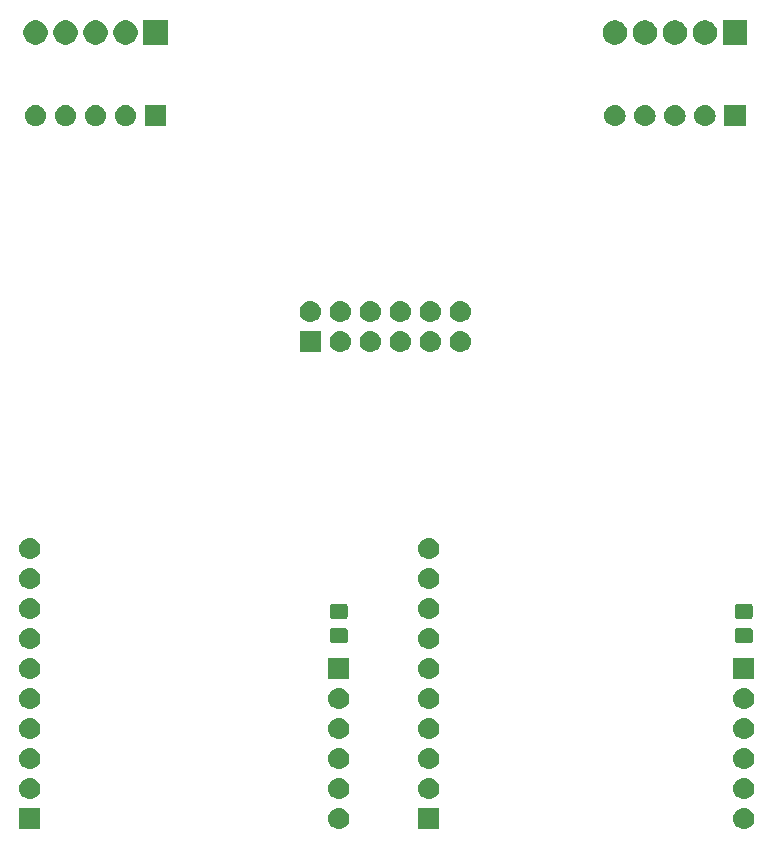
<source format=gbr>
G04 #@! TF.GenerationSoftware,KiCad,Pcbnew,(5.1.0)-1*
G04 #@! TF.CreationDate,2019-04-10T22:13:11-07:00*
G04 #@! TF.ProjectId,HS_2CH_RTD_Module,48535f32-4348-45f5-9254-445f4d6f6475,rev?*
G04 #@! TF.SameCoordinates,Original*
G04 #@! TF.FileFunction,Soldermask,Bot*
G04 #@! TF.FilePolarity,Negative*
%FSLAX46Y46*%
G04 Gerber Fmt 4.6, Leading zero omitted, Abs format (unit mm)*
G04 Created by KiCad (PCBNEW (5.1.0)-1) date 2019-04-10 22:13:11*
%MOMM*%
%LPD*%
G04 APERTURE LIST*
%ADD10C,0.100000*%
G04 APERTURE END LIST*
D10*
G36*
X199500442Y-134995518D02*
G01*
X199566627Y-135002037D01*
X199736466Y-135053557D01*
X199892991Y-135137222D01*
X199928729Y-135166552D01*
X200030186Y-135249814D01*
X200113448Y-135351271D01*
X200142778Y-135387009D01*
X200226443Y-135543534D01*
X200277963Y-135713373D01*
X200295359Y-135890000D01*
X200277963Y-136066627D01*
X200226443Y-136236466D01*
X200142778Y-136392991D01*
X200113448Y-136428729D01*
X200030186Y-136530186D01*
X199928729Y-136613448D01*
X199892991Y-136642778D01*
X199736466Y-136726443D01*
X199566627Y-136777963D01*
X199500442Y-136784482D01*
X199434260Y-136791000D01*
X199345740Y-136791000D01*
X199279558Y-136784482D01*
X199213373Y-136777963D01*
X199043534Y-136726443D01*
X198887009Y-136642778D01*
X198851271Y-136613448D01*
X198749814Y-136530186D01*
X198666552Y-136428729D01*
X198637222Y-136392991D01*
X198553557Y-136236466D01*
X198502037Y-136066627D01*
X198484641Y-135890000D01*
X198502037Y-135713373D01*
X198553557Y-135543534D01*
X198637222Y-135387009D01*
X198666552Y-135351271D01*
X198749814Y-135249814D01*
X198851271Y-135166552D01*
X198887009Y-135137222D01*
X199043534Y-135053557D01*
X199213373Y-135002037D01*
X199279558Y-134995518D01*
X199345740Y-134989000D01*
X199434260Y-134989000D01*
X199500442Y-134995518D01*
X199500442Y-134995518D01*
G37*
G36*
X207911000Y-136791000D02*
G01*
X206109000Y-136791000D01*
X206109000Y-134989000D01*
X207911000Y-134989000D01*
X207911000Y-136791000D01*
X207911000Y-136791000D01*
G37*
G36*
X233790442Y-134995518D02*
G01*
X233856627Y-135002037D01*
X234026466Y-135053557D01*
X234182991Y-135137222D01*
X234218729Y-135166552D01*
X234320186Y-135249814D01*
X234403448Y-135351271D01*
X234432778Y-135387009D01*
X234516443Y-135543534D01*
X234567963Y-135713373D01*
X234585359Y-135890000D01*
X234567963Y-136066627D01*
X234516443Y-136236466D01*
X234432778Y-136392991D01*
X234403448Y-136428729D01*
X234320186Y-136530186D01*
X234218729Y-136613448D01*
X234182991Y-136642778D01*
X234026466Y-136726443D01*
X233856627Y-136777963D01*
X233790442Y-136784482D01*
X233724260Y-136791000D01*
X233635740Y-136791000D01*
X233569558Y-136784482D01*
X233503373Y-136777963D01*
X233333534Y-136726443D01*
X233177009Y-136642778D01*
X233141271Y-136613448D01*
X233039814Y-136530186D01*
X232956552Y-136428729D01*
X232927222Y-136392991D01*
X232843557Y-136236466D01*
X232792037Y-136066627D01*
X232774641Y-135890000D01*
X232792037Y-135713373D01*
X232843557Y-135543534D01*
X232927222Y-135387009D01*
X232956552Y-135351271D01*
X233039814Y-135249814D01*
X233141271Y-135166552D01*
X233177009Y-135137222D01*
X233333534Y-135053557D01*
X233503373Y-135002037D01*
X233569558Y-134995518D01*
X233635740Y-134989000D01*
X233724260Y-134989000D01*
X233790442Y-134995518D01*
X233790442Y-134995518D01*
G37*
G36*
X174129000Y-136791000D02*
G01*
X172327000Y-136791000D01*
X172327000Y-134989000D01*
X174129000Y-134989000D01*
X174129000Y-136791000D01*
X174129000Y-136791000D01*
G37*
G36*
X173338442Y-132455518D02*
G01*
X173404627Y-132462037D01*
X173574466Y-132513557D01*
X173730991Y-132597222D01*
X173766729Y-132626552D01*
X173868186Y-132709814D01*
X173951448Y-132811271D01*
X173980778Y-132847009D01*
X174064443Y-133003534D01*
X174115963Y-133173373D01*
X174133359Y-133350000D01*
X174115963Y-133526627D01*
X174064443Y-133696466D01*
X173980778Y-133852991D01*
X173951448Y-133888729D01*
X173868186Y-133990186D01*
X173766729Y-134073448D01*
X173730991Y-134102778D01*
X173574466Y-134186443D01*
X173404627Y-134237963D01*
X173338443Y-134244481D01*
X173272260Y-134251000D01*
X173183740Y-134251000D01*
X173117557Y-134244481D01*
X173051373Y-134237963D01*
X172881534Y-134186443D01*
X172725009Y-134102778D01*
X172689271Y-134073448D01*
X172587814Y-133990186D01*
X172504552Y-133888729D01*
X172475222Y-133852991D01*
X172391557Y-133696466D01*
X172340037Y-133526627D01*
X172322641Y-133350000D01*
X172340037Y-133173373D01*
X172391557Y-133003534D01*
X172475222Y-132847009D01*
X172504552Y-132811271D01*
X172587814Y-132709814D01*
X172689271Y-132626552D01*
X172725009Y-132597222D01*
X172881534Y-132513557D01*
X173051373Y-132462037D01*
X173117558Y-132455518D01*
X173183740Y-132449000D01*
X173272260Y-132449000D01*
X173338442Y-132455518D01*
X173338442Y-132455518D01*
G37*
G36*
X199500442Y-132455518D02*
G01*
X199566627Y-132462037D01*
X199736466Y-132513557D01*
X199892991Y-132597222D01*
X199928729Y-132626552D01*
X200030186Y-132709814D01*
X200113448Y-132811271D01*
X200142778Y-132847009D01*
X200226443Y-133003534D01*
X200277963Y-133173373D01*
X200295359Y-133350000D01*
X200277963Y-133526627D01*
X200226443Y-133696466D01*
X200142778Y-133852991D01*
X200113448Y-133888729D01*
X200030186Y-133990186D01*
X199928729Y-134073448D01*
X199892991Y-134102778D01*
X199736466Y-134186443D01*
X199566627Y-134237963D01*
X199500443Y-134244481D01*
X199434260Y-134251000D01*
X199345740Y-134251000D01*
X199279557Y-134244481D01*
X199213373Y-134237963D01*
X199043534Y-134186443D01*
X198887009Y-134102778D01*
X198851271Y-134073448D01*
X198749814Y-133990186D01*
X198666552Y-133888729D01*
X198637222Y-133852991D01*
X198553557Y-133696466D01*
X198502037Y-133526627D01*
X198484641Y-133350000D01*
X198502037Y-133173373D01*
X198553557Y-133003534D01*
X198637222Y-132847009D01*
X198666552Y-132811271D01*
X198749814Y-132709814D01*
X198851271Y-132626552D01*
X198887009Y-132597222D01*
X199043534Y-132513557D01*
X199213373Y-132462037D01*
X199279558Y-132455518D01*
X199345740Y-132449000D01*
X199434260Y-132449000D01*
X199500442Y-132455518D01*
X199500442Y-132455518D01*
G37*
G36*
X207120442Y-132455518D02*
G01*
X207186627Y-132462037D01*
X207356466Y-132513557D01*
X207512991Y-132597222D01*
X207548729Y-132626552D01*
X207650186Y-132709814D01*
X207733448Y-132811271D01*
X207762778Y-132847009D01*
X207846443Y-133003534D01*
X207897963Y-133173373D01*
X207915359Y-133350000D01*
X207897963Y-133526627D01*
X207846443Y-133696466D01*
X207762778Y-133852991D01*
X207733448Y-133888729D01*
X207650186Y-133990186D01*
X207548729Y-134073448D01*
X207512991Y-134102778D01*
X207356466Y-134186443D01*
X207186627Y-134237963D01*
X207120443Y-134244481D01*
X207054260Y-134251000D01*
X206965740Y-134251000D01*
X206899557Y-134244481D01*
X206833373Y-134237963D01*
X206663534Y-134186443D01*
X206507009Y-134102778D01*
X206471271Y-134073448D01*
X206369814Y-133990186D01*
X206286552Y-133888729D01*
X206257222Y-133852991D01*
X206173557Y-133696466D01*
X206122037Y-133526627D01*
X206104641Y-133350000D01*
X206122037Y-133173373D01*
X206173557Y-133003534D01*
X206257222Y-132847009D01*
X206286552Y-132811271D01*
X206369814Y-132709814D01*
X206471271Y-132626552D01*
X206507009Y-132597222D01*
X206663534Y-132513557D01*
X206833373Y-132462037D01*
X206899558Y-132455518D01*
X206965740Y-132449000D01*
X207054260Y-132449000D01*
X207120442Y-132455518D01*
X207120442Y-132455518D01*
G37*
G36*
X233790442Y-132455518D02*
G01*
X233856627Y-132462037D01*
X234026466Y-132513557D01*
X234182991Y-132597222D01*
X234218729Y-132626552D01*
X234320186Y-132709814D01*
X234403448Y-132811271D01*
X234432778Y-132847009D01*
X234516443Y-133003534D01*
X234567963Y-133173373D01*
X234585359Y-133350000D01*
X234567963Y-133526627D01*
X234516443Y-133696466D01*
X234432778Y-133852991D01*
X234403448Y-133888729D01*
X234320186Y-133990186D01*
X234218729Y-134073448D01*
X234182991Y-134102778D01*
X234026466Y-134186443D01*
X233856627Y-134237963D01*
X233790443Y-134244481D01*
X233724260Y-134251000D01*
X233635740Y-134251000D01*
X233569557Y-134244481D01*
X233503373Y-134237963D01*
X233333534Y-134186443D01*
X233177009Y-134102778D01*
X233141271Y-134073448D01*
X233039814Y-133990186D01*
X232956552Y-133888729D01*
X232927222Y-133852991D01*
X232843557Y-133696466D01*
X232792037Y-133526627D01*
X232774641Y-133350000D01*
X232792037Y-133173373D01*
X232843557Y-133003534D01*
X232927222Y-132847009D01*
X232956552Y-132811271D01*
X233039814Y-132709814D01*
X233141271Y-132626552D01*
X233177009Y-132597222D01*
X233333534Y-132513557D01*
X233503373Y-132462037D01*
X233569558Y-132455518D01*
X233635740Y-132449000D01*
X233724260Y-132449000D01*
X233790442Y-132455518D01*
X233790442Y-132455518D01*
G37*
G36*
X233790442Y-129915518D02*
G01*
X233856627Y-129922037D01*
X234026466Y-129973557D01*
X234182991Y-130057222D01*
X234218729Y-130086552D01*
X234320186Y-130169814D01*
X234403448Y-130271271D01*
X234432778Y-130307009D01*
X234516443Y-130463534D01*
X234567963Y-130633373D01*
X234585359Y-130810000D01*
X234567963Y-130986627D01*
X234516443Y-131156466D01*
X234432778Y-131312991D01*
X234403448Y-131348729D01*
X234320186Y-131450186D01*
X234218729Y-131533448D01*
X234182991Y-131562778D01*
X234026466Y-131646443D01*
X233856627Y-131697963D01*
X233790443Y-131704481D01*
X233724260Y-131711000D01*
X233635740Y-131711000D01*
X233569557Y-131704481D01*
X233503373Y-131697963D01*
X233333534Y-131646443D01*
X233177009Y-131562778D01*
X233141271Y-131533448D01*
X233039814Y-131450186D01*
X232956552Y-131348729D01*
X232927222Y-131312991D01*
X232843557Y-131156466D01*
X232792037Y-130986627D01*
X232774641Y-130810000D01*
X232792037Y-130633373D01*
X232843557Y-130463534D01*
X232927222Y-130307009D01*
X232956552Y-130271271D01*
X233039814Y-130169814D01*
X233141271Y-130086552D01*
X233177009Y-130057222D01*
X233333534Y-129973557D01*
X233503373Y-129922037D01*
X233569558Y-129915518D01*
X233635740Y-129909000D01*
X233724260Y-129909000D01*
X233790442Y-129915518D01*
X233790442Y-129915518D01*
G37*
G36*
X173338442Y-129915518D02*
G01*
X173404627Y-129922037D01*
X173574466Y-129973557D01*
X173730991Y-130057222D01*
X173766729Y-130086552D01*
X173868186Y-130169814D01*
X173951448Y-130271271D01*
X173980778Y-130307009D01*
X174064443Y-130463534D01*
X174115963Y-130633373D01*
X174133359Y-130810000D01*
X174115963Y-130986627D01*
X174064443Y-131156466D01*
X173980778Y-131312991D01*
X173951448Y-131348729D01*
X173868186Y-131450186D01*
X173766729Y-131533448D01*
X173730991Y-131562778D01*
X173574466Y-131646443D01*
X173404627Y-131697963D01*
X173338443Y-131704481D01*
X173272260Y-131711000D01*
X173183740Y-131711000D01*
X173117557Y-131704481D01*
X173051373Y-131697963D01*
X172881534Y-131646443D01*
X172725009Y-131562778D01*
X172689271Y-131533448D01*
X172587814Y-131450186D01*
X172504552Y-131348729D01*
X172475222Y-131312991D01*
X172391557Y-131156466D01*
X172340037Y-130986627D01*
X172322641Y-130810000D01*
X172340037Y-130633373D01*
X172391557Y-130463534D01*
X172475222Y-130307009D01*
X172504552Y-130271271D01*
X172587814Y-130169814D01*
X172689271Y-130086552D01*
X172725009Y-130057222D01*
X172881534Y-129973557D01*
X173051373Y-129922037D01*
X173117558Y-129915518D01*
X173183740Y-129909000D01*
X173272260Y-129909000D01*
X173338442Y-129915518D01*
X173338442Y-129915518D01*
G37*
G36*
X199500442Y-129915518D02*
G01*
X199566627Y-129922037D01*
X199736466Y-129973557D01*
X199892991Y-130057222D01*
X199928729Y-130086552D01*
X200030186Y-130169814D01*
X200113448Y-130271271D01*
X200142778Y-130307009D01*
X200226443Y-130463534D01*
X200277963Y-130633373D01*
X200295359Y-130810000D01*
X200277963Y-130986627D01*
X200226443Y-131156466D01*
X200142778Y-131312991D01*
X200113448Y-131348729D01*
X200030186Y-131450186D01*
X199928729Y-131533448D01*
X199892991Y-131562778D01*
X199736466Y-131646443D01*
X199566627Y-131697963D01*
X199500443Y-131704481D01*
X199434260Y-131711000D01*
X199345740Y-131711000D01*
X199279557Y-131704481D01*
X199213373Y-131697963D01*
X199043534Y-131646443D01*
X198887009Y-131562778D01*
X198851271Y-131533448D01*
X198749814Y-131450186D01*
X198666552Y-131348729D01*
X198637222Y-131312991D01*
X198553557Y-131156466D01*
X198502037Y-130986627D01*
X198484641Y-130810000D01*
X198502037Y-130633373D01*
X198553557Y-130463534D01*
X198637222Y-130307009D01*
X198666552Y-130271271D01*
X198749814Y-130169814D01*
X198851271Y-130086552D01*
X198887009Y-130057222D01*
X199043534Y-129973557D01*
X199213373Y-129922037D01*
X199279558Y-129915518D01*
X199345740Y-129909000D01*
X199434260Y-129909000D01*
X199500442Y-129915518D01*
X199500442Y-129915518D01*
G37*
G36*
X207120442Y-129915518D02*
G01*
X207186627Y-129922037D01*
X207356466Y-129973557D01*
X207512991Y-130057222D01*
X207548729Y-130086552D01*
X207650186Y-130169814D01*
X207733448Y-130271271D01*
X207762778Y-130307009D01*
X207846443Y-130463534D01*
X207897963Y-130633373D01*
X207915359Y-130810000D01*
X207897963Y-130986627D01*
X207846443Y-131156466D01*
X207762778Y-131312991D01*
X207733448Y-131348729D01*
X207650186Y-131450186D01*
X207548729Y-131533448D01*
X207512991Y-131562778D01*
X207356466Y-131646443D01*
X207186627Y-131697963D01*
X207120443Y-131704481D01*
X207054260Y-131711000D01*
X206965740Y-131711000D01*
X206899557Y-131704481D01*
X206833373Y-131697963D01*
X206663534Y-131646443D01*
X206507009Y-131562778D01*
X206471271Y-131533448D01*
X206369814Y-131450186D01*
X206286552Y-131348729D01*
X206257222Y-131312991D01*
X206173557Y-131156466D01*
X206122037Y-130986627D01*
X206104641Y-130810000D01*
X206122037Y-130633373D01*
X206173557Y-130463534D01*
X206257222Y-130307009D01*
X206286552Y-130271271D01*
X206369814Y-130169814D01*
X206471271Y-130086552D01*
X206507009Y-130057222D01*
X206663534Y-129973557D01*
X206833373Y-129922037D01*
X206899558Y-129915518D01*
X206965740Y-129909000D01*
X207054260Y-129909000D01*
X207120442Y-129915518D01*
X207120442Y-129915518D01*
G37*
G36*
X173338442Y-127375518D02*
G01*
X173404627Y-127382037D01*
X173574466Y-127433557D01*
X173730991Y-127517222D01*
X173766729Y-127546552D01*
X173868186Y-127629814D01*
X173951448Y-127731271D01*
X173980778Y-127767009D01*
X174064443Y-127923534D01*
X174115963Y-128093373D01*
X174133359Y-128270000D01*
X174115963Y-128446627D01*
X174064443Y-128616466D01*
X173980778Y-128772991D01*
X173951448Y-128808729D01*
X173868186Y-128910186D01*
X173766729Y-128993448D01*
X173730991Y-129022778D01*
X173574466Y-129106443D01*
X173404627Y-129157963D01*
X173338442Y-129164482D01*
X173272260Y-129171000D01*
X173183740Y-129171000D01*
X173117558Y-129164482D01*
X173051373Y-129157963D01*
X172881534Y-129106443D01*
X172725009Y-129022778D01*
X172689271Y-128993448D01*
X172587814Y-128910186D01*
X172504552Y-128808729D01*
X172475222Y-128772991D01*
X172391557Y-128616466D01*
X172340037Y-128446627D01*
X172322641Y-128270000D01*
X172340037Y-128093373D01*
X172391557Y-127923534D01*
X172475222Y-127767009D01*
X172504552Y-127731271D01*
X172587814Y-127629814D01*
X172689271Y-127546552D01*
X172725009Y-127517222D01*
X172881534Y-127433557D01*
X173051373Y-127382037D01*
X173117558Y-127375518D01*
X173183740Y-127369000D01*
X173272260Y-127369000D01*
X173338442Y-127375518D01*
X173338442Y-127375518D01*
G37*
G36*
X233790442Y-127375518D02*
G01*
X233856627Y-127382037D01*
X234026466Y-127433557D01*
X234182991Y-127517222D01*
X234218729Y-127546552D01*
X234320186Y-127629814D01*
X234403448Y-127731271D01*
X234432778Y-127767009D01*
X234516443Y-127923534D01*
X234567963Y-128093373D01*
X234585359Y-128270000D01*
X234567963Y-128446627D01*
X234516443Y-128616466D01*
X234432778Y-128772991D01*
X234403448Y-128808729D01*
X234320186Y-128910186D01*
X234218729Y-128993448D01*
X234182991Y-129022778D01*
X234026466Y-129106443D01*
X233856627Y-129157963D01*
X233790442Y-129164482D01*
X233724260Y-129171000D01*
X233635740Y-129171000D01*
X233569558Y-129164482D01*
X233503373Y-129157963D01*
X233333534Y-129106443D01*
X233177009Y-129022778D01*
X233141271Y-128993448D01*
X233039814Y-128910186D01*
X232956552Y-128808729D01*
X232927222Y-128772991D01*
X232843557Y-128616466D01*
X232792037Y-128446627D01*
X232774641Y-128270000D01*
X232792037Y-128093373D01*
X232843557Y-127923534D01*
X232927222Y-127767009D01*
X232956552Y-127731271D01*
X233039814Y-127629814D01*
X233141271Y-127546552D01*
X233177009Y-127517222D01*
X233333534Y-127433557D01*
X233503373Y-127382037D01*
X233569558Y-127375518D01*
X233635740Y-127369000D01*
X233724260Y-127369000D01*
X233790442Y-127375518D01*
X233790442Y-127375518D01*
G37*
G36*
X207120442Y-127375518D02*
G01*
X207186627Y-127382037D01*
X207356466Y-127433557D01*
X207512991Y-127517222D01*
X207548729Y-127546552D01*
X207650186Y-127629814D01*
X207733448Y-127731271D01*
X207762778Y-127767009D01*
X207846443Y-127923534D01*
X207897963Y-128093373D01*
X207915359Y-128270000D01*
X207897963Y-128446627D01*
X207846443Y-128616466D01*
X207762778Y-128772991D01*
X207733448Y-128808729D01*
X207650186Y-128910186D01*
X207548729Y-128993448D01*
X207512991Y-129022778D01*
X207356466Y-129106443D01*
X207186627Y-129157963D01*
X207120442Y-129164482D01*
X207054260Y-129171000D01*
X206965740Y-129171000D01*
X206899558Y-129164482D01*
X206833373Y-129157963D01*
X206663534Y-129106443D01*
X206507009Y-129022778D01*
X206471271Y-128993448D01*
X206369814Y-128910186D01*
X206286552Y-128808729D01*
X206257222Y-128772991D01*
X206173557Y-128616466D01*
X206122037Y-128446627D01*
X206104641Y-128270000D01*
X206122037Y-128093373D01*
X206173557Y-127923534D01*
X206257222Y-127767009D01*
X206286552Y-127731271D01*
X206369814Y-127629814D01*
X206471271Y-127546552D01*
X206507009Y-127517222D01*
X206663534Y-127433557D01*
X206833373Y-127382037D01*
X206899558Y-127375518D01*
X206965740Y-127369000D01*
X207054260Y-127369000D01*
X207120442Y-127375518D01*
X207120442Y-127375518D01*
G37*
G36*
X199500442Y-127375518D02*
G01*
X199566627Y-127382037D01*
X199736466Y-127433557D01*
X199892991Y-127517222D01*
X199928729Y-127546552D01*
X200030186Y-127629814D01*
X200113448Y-127731271D01*
X200142778Y-127767009D01*
X200226443Y-127923534D01*
X200277963Y-128093373D01*
X200295359Y-128270000D01*
X200277963Y-128446627D01*
X200226443Y-128616466D01*
X200142778Y-128772991D01*
X200113448Y-128808729D01*
X200030186Y-128910186D01*
X199928729Y-128993448D01*
X199892991Y-129022778D01*
X199736466Y-129106443D01*
X199566627Y-129157963D01*
X199500442Y-129164482D01*
X199434260Y-129171000D01*
X199345740Y-129171000D01*
X199279558Y-129164482D01*
X199213373Y-129157963D01*
X199043534Y-129106443D01*
X198887009Y-129022778D01*
X198851271Y-128993448D01*
X198749814Y-128910186D01*
X198666552Y-128808729D01*
X198637222Y-128772991D01*
X198553557Y-128616466D01*
X198502037Y-128446627D01*
X198484641Y-128270000D01*
X198502037Y-128093373D01*
X198553557Y-127923534D01*
X198637222Y-127767009D01*
X198666552Y-127731271D01*
X198749814Y-127629814D01*
X198851271Y-127546552D01*
X198887009Y-127517222D01*
X199043534Y-127433557D01*
X199213373Y-127382037D01*
X199279558Y-127375518D01*
X199345740Y-127369000D01*
X199434260Y-127369000D01*
X199500442Y-127375518D01*
X199500442Y-127375518D01*
G37*
G36*
X233790443Y-124835519D02*
G01*
X233856627Y-124842037D01*
X234026466Y-124893557D01*
X234182991Y-124977222D01*
X234218729Y-125006552D01*
X234320186Y-125089814D01*
X234403448Y-125191271D01*
X234432778Y-125227009D01*
X234516443Y-125383534D01*
X234567963Y-125553373D01*
X234585359Y-125730000D01*
X234567963Y-125906627D01*
X234516443Y-126076466D01*
X234432778Y-126232991D01*
X234403448Y-126268729D01*
X234320186Y-126370186D01*
X234218729Y-126453448D01*
X234182991Y-126482778D01*
X234026466Y-126566443D01*
X233856627Y-126617963D01*
X233790442Y-126624482D01*
X233724260Y-126631000D01*
X233635740Y-126631000D01*
X233569558Y-126624482D01*
X233503373Y-126617963D01*
X233333534Y-126566443D01*
X233177009Y-126482778D01*
X233141271Y-126453448D01*
X233039814Y-126370186D01*
X232956552Y-126268729D01*
X232927222Y-126232991D01*
X232843557Y-126076466D01*
X232792037Y-125906627D01*
X232774641Y-125730000D01*
X232792037Y-125553373D01*
X232843557Y-125383534D01*
X232927222Y-125227009D01*
X232956552Y-125191271D01*
X233039814Y-125089814D01*
X233141271Y-125006552D01*
X233177009Y-124977222D01*
X233333534Y-124893557D01*
X233503373Y-124842037D01*
X233569557Y-124835519D01*
X233635740Y-124829000D01*
X233724260Y-124829000D01*
X233790443Y-124835519D01*
X233790443Y-124835519D01*
G37*
G36*
X173338443Y-124835519D02*
G01*
X173404627Y-124842037D01*
X173574466Y-124893557D01*
X173730991Y-124977222D01*
X173766729Y-125006552D01*
X173868186Y-125089814D01*
X173951448Y-125191271D01*
X173980778Y-125227009D01*
X174064443Y-125383534D01*
X174115963Y-125553373D01*
X174133359Y-125730000D01*
X174115963Y-125906627D01*
X174064443Y-126076466D01*
X173980778Y-126232991D01*
X173951448Y-126268729D01*
X173868186Y-126370186D01*
X173766729Y-126453448D01*
X173730991Y-126482778D01*
X173574466Y-126566443D01*
X173404627Y-126617963D01*
X173338442Y-126624482D01*
X173272260Y-126631000D01*
X173183740Y-126631000D01*
X173117558Y-126624482D01*
X173051373Y-126617963D01*
X172881534Y-126566443D01*
X172725009Y-126482778D01*
X172689271Y-126453448D01*
X172587814Y-126370186D01*
X172504552Y-126268729D01*
X172475222Y-126232991D01*
X172391557Y-126076466D01*
X172340037Y-125906627D01*
X172322641Y-125730000D01*
X172340037Y-125553373D01*
X172391557Y-125383534D01*
X172475222Y-125227009D01*
X172504552Y-125191271D01*
X172587814Y-125089814D01*
X172689271Y-125006552D01*
X172725009Y-124977222D01*
X172881534Y-124893557D01*
X173051373Y-124842037D01*
X173117557Y-124835519D01*
X173183740Y-124829000D01*
X173272260Y-124829000D01*
X173338443Y-124835519D01*
X173338443Y-124835519D01*
G37*
G36*
X207120443Y-124835519D02*
G01*
X207186627Y-124842037D01*
X207356466Y-124893557D01*
X207512991Y-124977222D01*
X207548729Y-125006552D01*
X207650186Y-125089814D01*
X207733448Y-125191271D01*
X207762778Y-125227009D01*
X207846443Y-125383534D01*
X207897963Y-125553373D01*
X207915359Y-125730000D01*
X207897963Y-125906627D01*
X207846443Y-126076466D01*
X207762778Y-126232991D01*
X207733448Y-126268729D01*
X207650186Y-126370186D01*
X207548729Y-126453448D01*
X207512991Y-126482778D01*
X207356466Y-126566443D01*
X207186627Y-126617963D01*
X207120442Y-126624482D01*
X207054260Y-126631000D01*
X206965740Y-126631000D01*
X206899558Y-126624482D01*
X206833373Y-126617963D01*
X206663534Y-126566443D01*
X206507009Y-126482778D01*
X206471271Y-126453448D01*
X206369814Y-126370186D01*
X206286552Y-126268729D01*
X206257222Y-126232991D01*
X206173557Y-126076466D01*
X206122037Y-125906627D01*
X206104641Y-125730000D01*
X206122037Y-125553373D01*
X206173557Y-125383534D01*
X206257222Y-125227009D01*
X206286552Y-125191271D01*
X206369814Y-125089814D01*
X206471271Y-125006552D01*
X206507009Y-124977222D01*
X206663534Y-124893557D01*
X206833373Y-124842037D01*
X206899557Y-124835519D01*
X206965740Y-124829000D01*
X207054260Y-124829000D01*
X207120443Y-124835519D01*
X207120443Y-124835519D01*
G37*
G36*
X199500443Y-124835519D02*
G01*
X199566627Y-124842037D01*
X199736466Y-124893557D01*
X199892991Y-124977222D01*
X199928729Y-125006552D01*
X200030186Y-125089814D01*
X200113448Y-125191271D01*
X200142778Y-125227009D01*
X200226443Y-125383534D01*
X200277963Y-125553373D01*
X200295359Y-125730000D01*
X200277963Y-125906627D01*
X200226443Y-126076466D01*
X200142778Y-126232991D01*
X200113448Y-126268729D01*
X200030186Y-126370186D01*
X199928729Y-126453448D01*
X199892991Y-126482778D01*
X199736466Y-126566443D01*
X199566627Y-126617963D01*
X199500442Y-126624482D01*
X199434260Y-126631000D01*
X199345740Y-126631000D01*
X199279558Y-126624482D01*
X199213373Y-126617963D01*
X199043534Y-126566443D01*
X198887009Y-126482778D01*
X198851271Y-126453448D01*
X198749814Y-126370186D01*
X198666552Y-126268729D01*
X198637222Y-126232991D01*
X198553557Y-126076466D01*
X198502037Y-125906627D01*
X198484641Y-125730000D01*
X198502037Y-125553373D01*
X198553557Y-125383534D01*
X198637222Y-125227009D01*
X198666552Y-125191271D01*
X198749814Y-125089814D01*
X198851271Y-125006552D01*
X198887009Y-124977222D01*
X199043534Y-124893557D01*
X199213373Y-124842037D01*
X199279557Y-124835519D01*
X199345740Y-124829000D01*
X199434260Y-124829000D01*
X199500443Y-124835519D01*
X199500443Y-124835519D01*
G37*
G36*
X200291000Y-124091000D02*
G01*
X198489000Y-124091000D01*
X198489000Y-122289000D01*
X200291000Y-122289000D01*
X200291000Y-124091000D01*
X200291000Y-124091000D01*
G37*
G36*
X173338443Y-122295519D02*
G01*
X173404627Y-122302037D01*
X173574466Y-122353557D01*
X173730991Y-122437222D01*
X173766729Y-122466552D01*
X173868186Y-122549814D01*
X173951448Y-122651271D01*
X173980778Y-122687009D01*
X174064443Y-122843534D01*
X174115963Y-123013373D01*
X174133359Y-123190000D01*
X174115963Y-123366627D01*
X174064443Y-123536466D01*
X173980778Y-123692991D01*
X173951448Y-123728729D01*
X173868186Y-123830186D01*
X173766729Y-123913448D01*
X173730991Y-123942778D01*
X173574466Y-124026443D01*
X173404627Y-124077963D01*
X173338442Y-124084482D01*
X173272260Y-124091000D01*
X173183740Y-124091000D01*
X173117558Y-124084482D01*
X173051373Y-124077963D01*
X172881534Y-124026443D01*
X172725009Y-123942778D01*
X172689271Y-123913448D01*
X172587814Y-123830186D01*
X172504552Y-123728729D01*
X172475222Y-123692991D01*
X172391557Y-123536466D01*
X172340037Y-123366627D01*
X172322641Y-123190000D01*
X172340037Y-123013373D01*
X172391557Y-122843534D01*
X172475222Y-122687009D01*
X172504552Y-122651271D01*
X172587814Y-122549814D01*
X172689271Y-122466552D01*
X172725009Y-122437222D01*
X172881534Y-122353557D01*
X173051373Y-122302037D01*
X173117557Y-122295519D01*
X173183740Y-122289000D01*
X173272260Y-122289000D01*
X173338443Y-122295519D01*
X173338443Y-122295519D01*
G37*
G36*
X234581000Y-124091000D02*
G01*
X232779000Y-124091000D01*
X232779000Y-122289000D01*
X234581000Y-122289000D01*
X234581000Y-124091000D01*
X234581000Y-124091000D01*
G37*
G36*
X207120443Y-122295519D02*
G01*
X207186627Y-122302037D01*
X207356466Y-122353557D01*
X207512991Y-122437222D01*
X207548729Y-122466552D01*
X207650186Y-122549814D01*
X207733448Y-122651271D01*
X207762778Y-122687009D01*
X207846443Y-122843534D01*
X207897963Y-123013373D01*
X207915359Y-123190000D01*
X207897963Y-123366627D01*
X207846443Y-123536466D01*
X207762778Y-123692991D01*
X207733448Y-123728729D01*
X207650186Y-123830186D01*
X207548729Y-123913448D01*
X207512991Y-123942778D01*
X207356466Y-124026443D01*
X207186627Y-124077963D01*
X207120442Y-124084482D01*
X207054260Y-124091000D01*
X206965740Y-124091000D01*
X206899558Y-124084482D01*
X206833373Y-124077963D01*
X206663534Y-124026443D01*
X206507009Y-123942778D01*
X206471271Y-123913448D01*
X206369814Y-123830186D01*
X206286552Y-123728729D01*
X206257222Y-123692991D01*
X206173557Y-123536466D01*
X206122037Y-123366627D01*
X206104641Y-123190000D01*
X206122037Y-123013373D01*
X206173557Y-122843534D01*
X206257222Y-122687009D01*
X206286552Y-122651271D01*
X206369814Y-122549814D01*
X206471271Y-122466552D01*
X206507009Y-122437222D01*
X206663534Y-122353557D01*
X206833373Y-122302037D01*
X206899557Y-122295519D01*
X206965740Y-122289000D01*
X207054260Y-122289000D01*
X207120443Y-122295519D01*
X207120443Y-122295519D01*
G37*
G36*
X173338442Y-119755518D02*
G01*
X173404627Y-119762037D01*
X173574466Y-119813557D01*
X173730991Y-119897222D01*
X173766729Y-119926552D01*
X173868186Y-120009814D01*
X173951448Y-120111271D01*
X173980778Y-120147009D01*
X174064443Y-120303534D01*
X174115963Y-120473373D01*
X174133359Y-120650000D01*
X174115963Y-120826627D01*
X174064443Y-120996466D01*
X173980778Y-121152991D01*
X173951448Y-121188729D01*
X173868186Y-121290186D01*
X173766729Y-121373448D01*
X173730991Y-121402778D01*
X173574466Y-121486443D01*
X173404627Y-121537963D01*
X173338443Y-121544481D01*
X173272260Y-121551000D01*
X173183740Y-121551000D01*
X173117557Y-121544481D01*
X173051373Y-121537963D01*
X172881534Y-121486443D01*
X172725009Y-121402778D01*
X172689271Y-121373448D01*
X172587814Y-121290186D01*
X172504552Y-121188729D01*
X172475222Y-121152991D01*
X172391557Y-120996466D01*
X172340037Y-120826627D01*
X172322641Y-120650000D01*
X172340037Y-120473373D01*
X172391557Y-120303534D01*
X172475222Y-120147009D01*
X172504552Y-120111271D01*
X172587814Y-120009814D01*
X172689271Y-119926552D01*
X172725009Y-119897222D01*
X172881534Y-119813557D01*
X173051373Y-119762037D01*
X173117558Y-119755518D01*
X173183740Y-119749000D01*
X173272260Y-119749000D01*
X173338442Y-119755518D01*
X173338442Y-119755518D01*
G37*
G36*
X207120442Y-119755518D02*
G01*
X207186627Y-119762037D01*
X207356466Y-119813557D01*
X207512991Y-119897222D01*
X207548729Y-119926552D01*
X207650186Y-120009814D01*
X207733448Y-120111271D01*
X207762778Y-120147009D01*
X207846443Y-120303534D01*
X207897963Y-120473373D01*
X207915359Y-120650000D01*
X207897963Y-120826627D01*
X207846443Y-120996466D01*
X207762778Y-121152991D01*
X207733448Y-121188729D01*
X207650186Y-121290186D01*
X207548729Y-121373448D01*
X207512991Y-121402778D01*
X207356466Y-121486443D01*
X207186627Y-121537963D01*
X207120443Y-121544481D01*
X207054260Y-121551000D01*
X206965740Y-121551000D01*
X206899557Y-121544481D01*
X206833373Y-121537963D01*
X206663534Y-121486443D01*
X206507009Y-121402778D01*
X206471271Y-121373448D01*
X206369814Y-121290186D01*
X206286552Y-121188729D01*
X206257222Y-121152991D01*
X206173557Y-120996466D01*
X206122037Y-120826627D01*
X206104641Y-120650000D01*
X206122037Y-120473373D01*
X206173557Y-120303534D01*
X206257222Y-120147009D01*
X206286552Y-120111271D01*
X206369814Y-120009814D01*
X206471271Y-119926552D01*
X206507009Y-119897222D01*
X206663534Y-119813557D01*
X206833373Y-119762037D01*
X206899558Y-119755518D01*
X206965740Y-119749000D01*
X207054260Y-119749000D01*
X207120442Y-119755518D01*
X207120442Y-119755518D01*
G37*
G36*
X199978674Y-119783465D02*
G01*
X200016367Y-119794899D01*
X200051103Y-119813466D01*
X200081548Y-119838452D01*
X200106534Y-119868897D01*
X200125101Y-119903633D01*
X200136535Y-119941326D01*
X200141000Y-119986661D01*
X200141000Y-120823339D01*
X200136535Y-120868674D01*
X200125101Y-120906367D01*
X200106534Y-120941103D01*
X200081548Y-120971548D01*
X200051103Y-120996534D01*
X200016367Y-121015101D01*
X199978674Y-121026535D01*
X199933339Y-121031000D01*
X198846661Y-121031000D01*
X198801326Y-121026535D01*
X198763633Y-121015101D01*
X198728897Y-120996534D01*
X198698452Y-120971548D01*
X198673466Y-120941103D01*
X198654899Y-120906367D01*
X198643465Y-120868674D01*
X198639000Y-120823339D01*
X198639000Y-119986661D01*
X198643465Y-119941326D01*
X198654899Y-119903633D01*
X198673466Y-119868897D01*
X198698452Y-119838452D01*
X198728897Y-119813466D01*
X198763633Y-119794899D01*
X198801326Y-119783465D01*
X198846661Y-119779000D01*
X199933339Y-119779000D01*
X199978674Y-119783465D01*
X199978674Y-119783465D01*
G37*
G36*
X234268674Y-119783465D02*
G01*
X234306367Y-119794899D01*
X234341103Y-119813466D01*
X234371548Y-119838452D01*
X234396534Y-119868897D01*
X234415101Y-119903633D01*
X234426535Y-119941326D01*
X234431000Y-119986661D01*
X234431000Y-120823339D01*
X234426535Y-120868674D01*
X234415101Y-120906367D01*
X234396534Y-120941103D01*
X234371548Y-120971548D01*
X234341103Y-120996534D01*
X234306367Y-121015101D01*
X234268674Y-121026535D01*
X234223339Y-121031000D01*
X233136661Y-121031000D01*
X233091326Y-121026535D01*
X233053633Y-121015101D01*
X233018897Y-120996534D01*
X232988452Y-120971548D01*
X232963466Y-120941103D01*
X232944899Y-120906367D01*
X232933465Y-120868674D01*
X232929000Y-120823339D01*
X232929000Y-119986661D01*
X232933465Y-119941326D01*
X232944899Y-119903633D01*
X232963466Y-119868897D01*
X232988452Y-119838452D01*
X233018897Y-119813466D01*
X233053633Y-119794899D01*
X233091326Y-119783465D01*
X233136661Y-119779000D01*
X234223339Y-119779000D01*
X234268674Y-119783465D01*
X234268674Y-119783465D01*
G37*
G36*
X173338443Y-117215519D02*
G01*
X173404627Y-117222037D01*
X173574466Y-117273557D01*
X173730991Y-117357222D01*
X173766729Y-117386552D01*
X173868186Y-117469814D01*
X173951448Y-117571271D01*
X173980778Y-117607009D01*
X174064443Y-117763534D01*
X174115963Y-117933373D01*
X174133359Y-118110000D01*
X174115963Y-118286627D01*
X174064443Y-118456466D01*
X173980778Y-118612991D01*
X173951448Y-118648729D01*
X173868186Y-118750186D01*
X173784732Y-118818674D01*
X173730991Y-118862778D01*
X173574466Y-118946443D01*
X173404627Y-118997963D01*
X173338443Y-119004481D01*
X173272260Y-119011000D01*
X173183740Y-119011000D01*
X173117557Y-119004481D01*
X173051373Y-118997963D01*
X172881534Y-118946443D01*
X172725009Y-118862778D01*
X172671268Y-118818674D01*
X172587814Y-118750186D01*
X172504552Y-118648729D01*
X172475222Y-118612991D01*
X172391557Y-118456466D01*
X172340037Y-118286627D01*
X172322641Y-118110000D01*
X172340037Y-117933373D01*
X172391557Y-117763534D01*
X172475222Y-117607009D01*
X172504552Y-117571271D01*
X172587814Y-117469814D01*
X172689271Y-117386552D01*
X172725009Y-117357222D01*
X172881534Y-117273557D01*
X173051373Y-117222037D01*
X173117557Y-117215519D01*
X173183740Y-117209000D01*
X173272260Y-117209000D01*
X173338443Y-117215519D01*
X173338443Y-117215519D01*
G37*
G36*
X207120443Y-117215519D02*
G01*
X207186627Y-117222037D01*
X207356466Y-117273557D01*
X207512991Y-117357222D01*
X207548729Y-117386552D01*
X207650186Y-117469814D01*
X207733448Y-117571271D01*
X207762778Y-117607009D01*
X207846443Y-117763534D01*
X207897963Y-117933373D01*
X207915359Y-118110000D01*
X207897963Y-118286627D01*
X207846443Y-118456466D01*
X207762778Y-118612991D01*
X207733448Y-118648729D01*
X207650186Y-118750186D01*
X207566732Y-118818674D01*
X207512991Y-118862778D01*
X207356466Y-118946443D01*
X207186627Y-118997963D01*
X207120443Y-119004481D01*
X207054260Y-119011000D01*
X206965740Y-119011000D01*
X206899557Y-119004481D01*
X206833373Y-118997963D01*
X206663534Y-118946443D01*
X206507009Y-118862778D01*
X206453268Y-118818674D01*
X206369814Y-118750186D01*
X206286552Y-118648729D01*
X206257222Y-118612991D01*
X206173557Y-118456466D01*
X206122037Y-118286627D01*
X206104641Y-118110000D01*
X206122037Y-117933373D01*
X206173557Y-117763534D01*
X206257222Y-117607009D01*
X206286552Y-117571271D01*
X206369814Y-117469814D01*
X206471271Y-117386552D01*
X206507009Y-117357222D01*
X206663534Y-117273557D01*
X206833373Y-117222037D01*
X206899557Y-117215519D01*
X206965740Y-117209000D01*
X207054260Y-117209000D01*
X207120443Y-117215519D01*
X207120443Y-117215519D01*
G37*
G36*
X199978674Y-117733465D02*
G01*
X200016367Y-117744899D01*
X200051103Y-117763466D01*
X200081548Y-117788452D01*
X200106534Y-117818897D01*
X200125101Y-117853633D01*
X200136535Y-117891326D01*
X200141000Y-117936661D01*
X200141000Y-118773339D01*
X200136535Y-118818674D01*
X200125101Y-118856367D01*
X200106534Y-118891103D01*
X200081548Y-118921548D01*
X200051103Y-118946534D01*
X200016367Y-118965101D01*
X199978674Y-118976535D01*
X199933339Y-118981000D01*
X198846661Y-118981000D01*
X198801326Y-118976535D01*
X198763633Y-118965101D01*
X198728897Y-118946534D01*
X198698452Y-118921548D01*
X198673466Y-118891103D01*
X198654899Y-118856367D01*
X198643465Y-118818674D01*
X198639000Y-118773339D01*
X198639000Y-117936661D01*
X198643465Y-117891326D01*
X198654899Y-117853633D01*
X198673466Y-117818897D01*
X198698452Y-117788452D01*
X198728897Y-117763466D01*
X198763633Y-117744899D01*
X198801326Y-117733465D01*
X198846661Y-117729000D01*
X199933339Y-117729000D01*
X199978674Y-117733465D01*
X199978674Y-117733465D01*
G37*
G36*
X234268674Y-117733465D02*
G01*
X234306367Y-117744899D01*
X234341103Y-117763466D01*
X234371548Y-117788452D01*
X234396534Y-117818897D01*
X234415101Y-117853633D01*
X234426535Y-117891326D01*
X234431000Y-117936661D01*
X234431000Y-118773339D01*
X234426535Y-118818674D01*
X234415101Y-118856367D01*
X234396534Y-118891103D01*
X234371548Y-118921548D01*
X234341103Y-118946534D01*
X234306367Y-118965101D01*
X234268674Y-118976535D01*
X234223339Y-118981000D01*
X233136661Y-118981000D01*
X233091326Y-118976535D01*
X233053633Y-118965101D01*
X233018897Y-118946534D01*
X232988452Y-118921548D01*
X232963466Y-118891103D01*
X232944899Y-118856367D01*
X232933465Y-118818674D01*
X232929000Y-118773339D01*
X232929000Y-117936661D01*
X232933465Y-117891326D01*
X232944899Y-117853633D01*
X232963466Y-117818897D01*
X232988452Y-117788452D01*
X233018897Y-117763466D01*
X233053633Y-117744899D01*
X233091326Y-117733465D01*
X233136661Y-117729000D01*
X234223339Y-117729000D01*
X234268674Y-117733465D01*
X234268674Y-117733465D01*
G37*
G36*
X207120443Y-114675519D02*
G01*
X207186627Y-114682037D01*
X207356466Y-114733557D01*
X207512991Y-114817222D01*
X207548729Y-114846552D01*
X207650186Y-114929814D01*
X207733448Y-115031271D01*
X207762778Y-115067009D01*
X207846443Y-115223534D01*
X207897963Y-115393373D01*
X207915359Y-115570000D01*
X207897963Y-115746627D01*
X207846443Y-115916466D01*
X207762778Y-116072991D01*
X207733448Y-116108729D01*
X207650186Y-116210186D01*
X207548729Y-116293448D01*
X207512991Y-116322778D01*
X207356466Y-116406443D01*
X207186627Y-116457963D01*
X207120442Y-116464482D01*
X207054260Y-116471000D01*
X206965740Y-116471000D01*
X206899558Y-116464482D01*
X206833373Y-116457963D01*
X206663534Y-116406443D01*
X206507009Y-116322778D01*
X206471271Y-116293448D01*
X206369814Y-116210186D01*
X206286552Y-116108729D01*
X206257222Y-116072991D01*
X206173557Y-115916466D01*
X206122037Y-115746627D01*
X206104641Y-115570000D01*
X206122037Y-115393373D01*
X206173557Y-115223534D01*
X206257222Y-115067009D01*
X206286552Y-115031271D01*
X206369814Y-114929814D01*
X206471271Y-114846552D01*
X206507009Y-114817222D01*
X206663534Y-114733557D01*
X206833373Y-114682037D01*
X206899557Y-114675519D01*
X206965740Y-114669000D01*
X207054260Y-114669000D01*
X207120443Y-114675519D01*
X207120443Y-114675519D01*
G37*
G36*
X173338443Y-114675519D02*
G01*
X173404627Y-114682037D01*
X173574466Y-114733557D01*
X173730991Y-114817222D01*
X173766729Y-114846552D01*
X173868186Y-114929814D01*
X173951448Y-115031271D01*
X173980778Y-115067009D01*
X174064443Y-115223534D01*
X174115963Y-115393373D01*
X174133359Y-115570000D01*
X174115963Y-115746627D01*
X174064443Y-115916466D01*
X173980778Y-116072991D01*
X173951448Y-116108729D01*
X173868186Y-116210186D01*
X173766729Y-116293448D01*
X173730991Y-116322778D01*
X173574466Y-116406443D01*
X173404627Y-116457963D01*
X173338442Y-116464482D01*
X173272260Y-116471000D01*
X173183740Y-116471000D01*
X173117558Y-116464482D01*
X173051373Y-116457963D01*
X172881534Y-116406443D01*
X172725009Y-116322778D01*
X172689271Y-116293448D01*
X172587814Y-116210186D01*
X172504552Y-116108729D01*
X172475222Y-116072991D01*
X172391557Y-115916466D01*
X172340037Y-115746627D01*
X172322641Y-115570000D01*
X172340037Y-115393373D01*
X172391557Y-115223534D01*
X172475222Y-115067009D01*
X172504552Y-115031271D01*
X172587814Y-114929814D01*
X172689271Y-114846552D01*
X172725009Y-114817222D01*
X172881534Y-114733557D01*
X173051373Y-114682037D01*
X173117557Y-114675519D01*
X173183740Y-114669000D01*
X173272260Y-114669000D01*
X173338443Y-114675519D01*
X173338443Y-114675519D01*
G37*
G36*
X207120443Y-112135519D02*
G01*
X207186627Y-112142037D01*
X207356466Y-112193557D01*
X207512991Y-112277222D01*
X207548729Y-112306552D01*
X207650186Y-112389814D01*
X207733448Y-112491271D01*
X207762778Y-112527009D01*
X207846443Y-112683534D01*
X207897963Y-112853373D01*
X207915359Y-113030000D01*
X207897963Y-113206627D01*
X207846443Y-113376466D01*
X207762778Y-113532991D01*
X207733448Y-113568729D01*
X207650186Y-113670186D01*
X207548729Y-113753448D01*
X207512991Y-113782778D01*
X207356466Y-113866443D01*
X207186627Y-113917963D01*
X207120443Y-113924481D01*
X207054260Y-113931000D01*
X206965740Y-113931000D01*
X206899557Y-113924481D01*
X206833373Y-113917963D01*
X206663534Y-113866443D01*
X206507009Y-113782778D01*
X206471271Y-113753448D01*
X206369814Y-113670186D01*
X206286552Y-113568729D01*
X206257222Y-113532991D01*
X206173557Y-113376466D01*
X206122037Y-113206627D01*
X206104641Y-113030000D01*
X206122037Y-112853373D01*
X206173557Y-112683534D01*
X206257222Y-112527009D01*
X206286552Y-112491271D01*
X206369814Y-112389814D01*
X206471271Y-112306552D01*
X206507009Y-112277222D01*
X206663534Y-112193557D01*
X206833373Y-112142037D01*
X206899557Y-112135519D01*
X206965740Y-112129000D01*
X207054260Y-112129000D01*
X207120443Y-112135519D01*
X207120443Y-112135519D01*
G37*
G36*
X173338443Y-112135519D02*
G01*
X173404627Y-112142037D01*
X173574466Y-112193557D01*
X173730991Y-112277222D01*
X173766729Y-112306552D01*
X173868186Y-112389814D01*
X173951448Y-112491271D01*
X173980778Y-112527009D01*
X174064443Y-112683534D01*
X174115963Y-112853373D01*
X174133359Y-113030000D01*
X174115963Y-113206627D01*
X174064443Y-113376466D01*
X173980778Y-113532991D01*
X173951448Y-113568729D01*
X173868186Y-113670186D01*
X173766729Y-113753448D01*
X173730991Y-113782778D01*
X173574466Y-113866443D01*
X173404627Y-113917963D01*
X173338443Y-113924481D01*
X173272260Y-113931000D01*
X173183740Y-113931000D01*
X173117557Y-113924481D01*
X173051373Y-113917963D01*
X172881534Y-113866443D01*
X172725009Y-113782778D01*
X172689271Y-113753448D01*
X172587814Y-113670186D01*
X172504552Y-113568729D01*
X172475222Y-113532991D01*
X172391557Y-113376466D01*
X172340037Y-113206627D01*
X172322641Y-113030000D01*
X172340037Y-112853373D01*
X172391557Y-112683534D01*
X172475222Y-112527009D01*
X172504552Y-112491271D01*
X172587814Y-112389814D01*
X172689271Y-112306552D01*
X172725009Y-112277222D01*
X172881534Y-112193557D01*
X173051373Y-112142037D01*
X173117557Y-112135519D01*
X173183740Y-112129000D01*
X173272260Y-112129000D01*
X173338443Y-112135519D01*
X173338443Y-112135519D01*
G37*
G36*
X199627442Y-94609518D02*
G01*
X199693627Y-94616037D01*
X199863466Y-94667557D01*
X200019991Y-94751222D01*
X200055729Y-94780552D01*
X200157186Y-94863814D01*
X200240448Y-94965271D01*
X200269778Y-95001009D01*
X200353443Y-95157534D01*
X200404963Y-95327373D01*
X200422359Y-95504000D01*
X200404963Y-95680627D01*
X200353443Y-95850466D01*
X200269778Y-96006991D01*
X200240448Y-96042729D01*
X200157186Y-96144186D01*
X200055729Y-96227448D01*
X200019991Y-96256778D01*
X199863466Y-96340443D01*
X199693627Y-96391963D01*
X199627442Y-96398482D01*
X199561260Y-96405000D01*
X199472740Y-96405000D01*
X199406558Y-96398482D01*
X199340373Y-96391963D01*
X199170534Y-96340443D01*
X199014009Y-96256778D01*
X198978271Y-96227448D01*
X198876814Y-96144186D01*
X198793552Y-96042729D01*
X198764222Y-96006991D01*
X198680557Y-95850466D01*
X198629037Y-95680627D01*
X198611641Y-95504000D01*
X198629037Y-95327373D01*
X198680557Y-95157534D01*
X198764222Y-95001009D01*
X198793552Y-94965271D01*
X198876814Y-94863814D01*
X198978271Y-94780552D01*
X199014009Y-94751222D01*
X199170534Y-94667557D01*
X199340373Y-94616037D01*
X199406558Y-94609518D01*
X199472740Y-94603000D01*
X199561260Y-94603000D01*
X199627442Y-94609518D01*
X199627442Y-94609518D01*
G37*
G36*
X209787442Y-94609518D02*
G01*
X209853627Y-94616037D01*
X210023466Y-94667557D01*
X210179991Y-94751222D01*
X210215729Y-94780552D01*
X210317186Y-94863814D01*
X210400448Y-94965271D01*
X210429778Y-95001009D01*
X210513443Y-95157534D01*
X210564963Y-95327373D01*
X210582359Y-95504000D01*
X210564963Y-95680627D01*
X210513443Y-95850466D01*
X210429778Y-96006991D01*
X210400448Y-96042729D01*
X210317186Y-96144186D01*
X210215729Y-96227448D01*
X210179991Y-96256778D01*
X210023466Y-96340443D01*
X209853627Y-96391963D01*
X209787442Y-96398482D01*
X209721260Y-96405000D01*
X209632740Y-96405000D01*
X209566558Y-96398482D01*
X209500373Y-96391963D01*
X209330534Y-96340443D01*
X209174009Y-96256778D01*
X209138271Y-96227448D01*
X209036814Y-96144186D01*
X208953552Y-96042729D01*
X208924222Y-96006991D01*
X208840557Y-95850466D01*
X208789037Y-95680627D01*
X208771641Y-95504000D01*
X208789037Y-95327373D01*
X208840557Y-95157534D01*
X208924222Y-95001009D01*
X208953552Y-94965271D01*
X209036814Y-94863814D01*
X209138271Y-94780552D01*
X209174009Y-94751222D01*
X209330534Y-94667557D01*
X209500373Y-94616037D01*
X209566558Y-94609518D01*
X209632740Y-94603000D01*
X209721260Y-94603000D01*
X209787442Y-94609518D01*
X209787442Y-94609518D01*
G37*
G36*
X207247442Y-94609518D02*
G01*
X207313627Y-94616037D01*
X207483466Y-94667557D01*
X207639991Y-94751222D01*
X207675729Y-94780552D01*
X207777186Y-94863814D01*
X207860448Y-94965271D01*
X207889778Y-95001009D01*
X207973443Y-95157534D01*
X208024963Y-95327373D01*
X208042359Y-95504000D01*
X208024963Y-95680627D01*
X207973443Y-95850466D01*
X207889778Y-96006991D01*
X207860448Y-96042729D01*
X207777186Y-96144186D01*
X207675729Y-96227448D01*
X207639991Y-96256778D01*
X207483466Y-96340443D01*
X207313627Y-96391963D01*
X207247442Y-96398482D01*
X207181260Y-96405000D01*
X207092740Y-96405000D01*
X207026558Y-96398482D01*
X206960373Y-96391963D01*
X206790534Y-96340443D01*
X206634009Y-96256778D01*
X206598271Y-96227448D01*
X206496814Y-96144186D01*
X206413552Y-96042729D01*
X206384222Y-96006991D01*
X206300557Y-95850466D01*
X206249037Y-95680627D01*
X206231641Y-95504000D01*
X206249037Y-95327373D01*
X206300557Y-95157534D01*
X206384222Y-95001009D01*
X206413552Y-94965271D01*
X206496814Y-94863814D01*
X206598271Y-94780552D01*
X206634009Y-94751222D01*
X206790534Y-94667557D01*
X206960373Y-94616037D01*
X207026558Y-94609518D01*
X207092740Y-94603000D01*
X207181260Y-94603000D01*
X207247442Y-94609518D01*
X207247442Y-94609518D01*
G37*
G36*
X204707442Y-94609518D02*
G01*
X204773627Y-94616037D01*
X204943466Y-94667557D01*
X205099991Y-94751222D01*
X205135729Y-94780552D01*
X205237186Y-94863814D01*
X205320448Y-94965271D01*
X205349778Y-95001009D01*
X205433443Y-95157534D01*
X205484963Y-95327373D01*
X205502359Y-95504000D01*
X205484963Y-95680627D01*
X205433443Y-95850466D01*
X205349778Y-96006991D01*
X205320448Y-96042729D01*
X205237186Y-96144186D01*
X205135729Y-96227448D01*
X205099991Y-96256778D01*
X204943466Y-96340443D01*
X204773627Y-96391963D01*
X204707442Y-96398482D01*
X204641260Y-96405000D01*
X204552740Y-96405000D01*
X204486558Y-96398482D01*
X204420373Y-96391963D01*
X204250534Y-96340443D01*
X204094009Y-96256778D01*
X204058271Y-96227448D01*
X203956814Y-96144186D01*
X203873552Y-96042729D01*
X203844222Y-96006991D01*
X203760557Y-95850466D01*
X203709037Y-95680627D01*
X203691641Y-95504000D01*
X203709037Y-95327373D01*
X203760557Y-95157534D01*
X203844222Y-95001009D01*
X203873552Y-94965271D01*
X203956814Y-94863814D01*
X204058271Y-94780552D01*
X204094009Y-94751222D01*
X204250534Y-94667557D01*
X204420373Y-94616037D01*
X204486558Y-94609518D01*
X204552740Y-94603000D01*
X204641260Y-94603000D01*
X204707442Y-94609518D01*
X204707442Y-94609518D01*
G37*
G36*
X202167442Y-94609518D02*
G01*
X202233627Y-94616037D01*
X202403466Y-94667557D01*
X202559991Y-94751222D01*
X202595729Y-94780552D01*
X202697186Y-94863814D01*
X202780448Y-94965271D01*
X202809778Y-95001009D01*
X202893443Y-95157534D01*
X202944963Y-95327373D01*
X202962359Y-95504000D01*
X202944963Y-95680627D01*
X202893443Y-95850466D01*
X202809778Y-96006991D01*
X202780448Y-96042729D01*
X202697186Y-96144186D01*
X202595729Y-96227448D01*
X202559991Y-96256778D01*
X202403466Y-96340443D01*
X202233627Y-96391963D01*
X202167442Y-96398482D01*
X202101260Y-96405000D01*
X202012740Y-96405000D01*
X201946558Y-96398482D01*
X201880373Y-96391963D01*
X201710534Y-96340443D01*
X201554009Y-96256778D01*
X201518271Y-96227448D01*
X201416814Y-96144186D01*
X201333552Y-96042729D01*
X201304222Y-96006991D01*
X201220557Y-95850466D01*
X201169037Y-95680627D01*
X201151641Y-95504000D01*
X201169037Y-95327373D01*
X201220557Y-95157534D01*
X201304222Y-95001009D01*
X201333552Y-94965271D01*
X201416814Y-94863814D01*
X201518271Y-94780552D01*
X201554009Y-94751222D01*
X201710534Y-94667557D01*
X201880373Y-94616037D01*
X201946558Y-94609518D01*
X202012740Y-94603000D01*
X202101260Y-94603000D01*
X202167442Y-94609518D01*
X202167442Y-94609518D01*
G37*
G36*
X197878000Y-96405000D02*
G01*
X196076000Y-96405000D01*
X196076000Y-94603000D01*
X197878000Y-94603000D01*
X197878000Y-96405000D01*
X197878000Y-96405000D01*
G37*
G36*
X204707443Y-92069519D02*
G01*
X204773627Y-92076037D01*
X204943466Y-92127557D01*
X205099991Y-92211222D01*
X205135729Y-92240552D01*
X205237186Y-92323814D01*
X205320448Y-92425271D01*
X205349778Y-92461009D01*
X205433443Y-92617534D01*
X205484963Y-92787373D01*
X205502359Y-92964000D01*
X205484963Y-93140627D01*
X205433443Y-93310466D01*
X205349778Y-93466991D01*
X205320448Y-93502729D01*
X205237186Y-93604186D01*
X205135729Y-93687448D01*
X205099991Y-93716778D01*
X204943466Y-93800443D01*
X204773627Y-93851963D01*
X204707443Y-93858481D01*
X204641260Y-93865000D01*
X204552740Y-93865000D01*
X204486557Y-93858481D01*
X204420373Y-93851963D01*
X204250534Y-93800443D01*
X204094009Y-93716778D01*
X204058271Y-93687448D01*
X203956814Y-93604186D01*
X203873552Y-93502729D01*
X203844222Y-93466991D01*
X203760557Y-93310466D01*
X203709037Y-93140627D01*
X203691641Y-92964000D01*
X203709037Y-92787373D01*
X203760557Y-92617534D01*
X203844222Y-92461009D01*
X203873552Y-92425271D01*
X203956814Y-92323814D01*
X204058271Y-92240552D01*
X204094009Y-92211222D01*
X204250534Y-92127557D01*
X204420373Y-92076037D01*
X204486557Y-92069519D01*
X204552740Y-92063000D01*
X204641260Y-92063000D01*
X204707443Y-92069519D01*
X204707443Y-92069519D01*
G37*
G36*
X197087443Y-92069519D02*
G01*
X197153627Y-92076037D01*
X197323466Y-92127557D01*
X197479991Y-92211222D01*
X197515729Y-92240552D01*
X197617186Y-92323814D01*
X197700448Y-92425271D01*
X197729778Y-92461009D01*
X197813443Y-92617534D01*
X197864963Y-92787373D01*
X197882359Y-92964000D01*
X197864963Y-93140627D01*
X197813443Y-93310466D01*
X197729778Y-93466991D01*
X197700448Y-93502729D01*
X197617186Y-93604186D01*
X197515729Y-93687448D01*
X197479991Y-93716778D01*
X197323466Y-93800443D01*
X197153627Y-93851963D01*
X197087443Y-93858481D01*
X197021260Y-93865000D01*
X196932740Y-93865000D01*
X196866557Y-93858481D01*
X196800373Y-93851963D01*
X196630534Y-93800443D01*
X196474009Y-93716778D01*
X196438271Y-93687448D01*
X196336814Y-93604186D01*
X196253552Y-93502729D01*
X196224222Y-93466991D01*
X196140557Y-93310466D01*
X196089037Y-93140627D01*
X196071641Y-92964000D01*
X196089037Y-92787373D01*
X196140557Y-92617534D01*
X196224222Y-92461009D01*
X196253552Y-92425271D01*
X196336814Y-92323814D01*
X196438271Y-92240552D01*
X196474009Y-92211222D01*
X196630534Y-92127557D01*
X196800373Y-92076037D01*
X196866557Y-92069519D01*
X196932740Y-92063000D01*
X197021260Y-92063000D01*
X197087443Y-92069519D01*
X197087443Y-92069519D01*
G37*
G36*
X199627443Y-92069519D02*
G01*
X199693627Y-92076037D01*
X199863466Y-92127557D01*
X200019991Y-92211222D01*
X200055729Y-92240552D01*
X200157186Y-92323814D01*
X200240448Y-92425271D01*
X200269778Y-92461009D01*
X200353443Y-92617534D01*
X200404963Y-92787373D01*
X200422359Y-92964000D01*
X200404963Y-93140627D01*
X200353443Y-93310466D01*
X200269778Y-93466991D01*
X200240448Y-93502729D01*
X200157186Y-93604186D01*
X200055729Y-93687448D01*
X200019991Y-93716778D01*
X199863466Y-93800443D01*
X199693627Y-93851963D01*
X199627443Y-93858481D01*
X199561260Y-93865000D01*
X199472740Y-93865000D01*
X199406557Y-93858481D01*
X199340373Y-93851963D01*
X199170534Y-93800443D01*
X199014009Y-93716778D01*
X198978271Y-93687448D01*
X198876814Y-93604186D01*
X198793552Y-93502729D01*
X198764222Y-93466991D01*
X198680557Y-93310466D01*
X198629037Y-93140627D01*
X198611641Y-92964000D01*
X198629037Y-92787373D01*
X198680557Y-92617534D01*
X198764222Y-92461009D01*
X198793552Y-92425271D01*
X198876814Y-92323814D01*
X198978271Y-92240552D01*
X199014009Y-92211222D01*
X199170534Y-92127557D01*
X199340373Y-92076037D01*
X199406557Y-92069519D01*
X199472740Y-92063000D01*
X199561260Y-92063000D01*
X199627443Y-92069519D01*
X199627443Y-92069519D01*
G37*
G36*
X202167443Y-92069519D02*
G01*
X202233627Y-92076037D01*
X202403466Y-92127557D01*
X202559991Y-92211222D01*
X202595729Y-92240552D01*
X202697186Y-92323814D01*
X202780448Y-92425271D01*
X202809778Y-92461009D01*
X202893443Y-92617534D01*
X202944963Y-92787373D01*
X202962359Y-92964000D01*
X202944963Y-93140627D01*
X202893443Y-93310466D01*
X202809778Y-93466991D01*
X202780448Y-93502729D01*
X202697186Y-93604186D01*
X202595729Y-93687448D01*
X202559991Y-93716778D01*
X202403466Y-93800443D01*
X202233627Y-93851963D01*
X202167443Y-93858481D01*
X202101260Y-93865000D01*
X202012740Y-93865000D01*
X201946557Y-93858481D01*
X201880373Y-93851963D01*
X201710534Y-93800443D01*
X201554009Y-93716778D01*
X201518271Y-93687448D01*
X201416814Y-93604186D01*
X201333552Y-93502729D01*
X201304222Y-93466991D01*
X201220557Y-93310466D01*
X201169037Y-93140627D01*
X201151641Y-92964000D01*
X201169037Y-92787373D01*
X201220557Y-92617534D01*
X201304222Y-92461009D01*
X201333552Y-92425271D01*
X201416814Y-92323814D01*
X201518271Y-92240552D01*
X201554009Y-92211222D01*
X201710534Y-92127557D01*
X201880373Y-92076037D01*
X201946557Y-92069519D01*
X202012740Y-92063000D01*
X202101260Y-92063000D01*
X202167443Y-92069519D01*
X202167443Y-92069519D01*
G37*
G36*
X209787443Y-92069519D02*
G01*
X209853627Y-92076037D01*
X210023466Y-92127557D01*
X210179991Y-92211222D01*
X210215729Y-92240552D01*
X210317186Y-92323814D01*
X210400448Y-92425271D01*
X210429778Y-92461009D01*
X210513443Y-92617534D01*
X210564963Y-92787373D01*
X210582359Y-92964000D01*
X210564963Y-93140627D01*
X210513443Y-93310466D01*
X210429778Y-93466991D01*
X210400448Y-93502729D01*
X210317186Y-93604186D01*
X210215729Y-93687448D01*
X210179991Y-93716778D01*
X210023466Y-93800443D01*
X209853627Y-93851963D01*
X209787443Y-93858481D01*
X209721260Y-93865000D01*
X209632740Y-93865000D01*
X209566557Y-93858481D01*
X209500373Y-93851963D01*
X209330534Y-93800443D01*
X209174009Y-93716778D01*
X209138271Y-93687448D01*
X209036814Y-93604186D01*
X208953552Y-93502729D01*
X208924222Y-93466991D01*
X208840557Y-93310466D01*
X208789037Y-93140627D01*
X208771641Y-92964000D01*
X208789037Y-92787373D01*
X208840557Y-92617534D01*
X208924222Y-92461009D01*
X208953552Y-92425271D01*
X209036814Y-92323814D01*
X209138271Y-92240552D01*
X209174009Y-92211222D01*
X209330534Y-92127557D01*
X209500373Y-92076037D01*
X209566557Y-92069519D01*
X209632740Y-92063000D01*
X209721260Y-92063000D01*
X209787443Y-92069519D01*
X209787443Y-92069519D01*
G37*
G36*
X207247443Y-92069519D02*
G01*
X207313627Y-92076037D01*
X207483466Y-92127557D01*
X207639991Y-92211222D01*
X207675729Y-92240552D01*
X207777186Y-92323814D01*
X207860448Y-92425271D01*
X207889778Y-92461009D01*
X207973443Y-92617534D01*
X208024963Y-92787373D01*
X208042359Y-92964000D01*
X208024963Y-93140627D01*
X207973443Y-93310466D01*
X207889778Y-93466991D01*
X207860448Y-93502729D01*
X207777186Y-93604186D01*
X207675729Y-93687448D01*
X207639991Y-93716778D01*
X207483466Y-93800443D01*
X207313627Y-93851963D01*
X207247443Y-93858481D01*
X207181260Y-93865000D01*
X207092740Y-93865000D01*
X207026557Y-93858481D01*
X206960373Y-93851963D01*
X206790534Y-93800443D01*
X206634009Y-93716778D01*
X206598271Y-93687448D01*
X206496814Y-93604186D01*
X206413552Y-93502729D01*
X206384222Y-93466991D01*
X206300557Y-93310466D01*
X206249037Y-93140627D01*
X206231641Y-92964000D01*
X206249037Y-92787373D01*
X206300557Y-92617534D01*
X206384222Y-92461009D01*
X206413552Y-92425271D01*
X206496814Y-92323814D01*
X206598271Y-92240552D01*
X206634009Y-92211222D01*
X206790534Y-92127557D01*
X206960373Y-92076037D01*
X207026557Y-92069519D01*
X207092740Y-92063000D01*
X207181260Y-92063000D01*
X207247443Y-92069519D01*
X207247443Y-92069519D01*
G37*
G36*
X173832442Y-75475518D02*
G01*
X173898627Y-75482037D01*
X174068466Y-75533557D01*
X174224991Y-75617222D01*
X174260729Y-75646552D01*
X174362186Y-75729814D01*
X174445448Y-75831271D01*
X174474778Y-75867009D01*
X174558443Y-76023534D01*
X174609963Y-76193373D01*
X174627359Y-76370000D01*
X174609963Y-76546627D01*
X174558443Y-76716466D01*
X174474778Y-76872991D01*
X174445448Y-76908729D01*
X174362186Y-77010186D01*
X174260729Y-77093448D01*
X174224991Y-77122778D01*
X174068466Y-77206443D01*
X173898627Y-77257963D01*
X173832443Y-77264481D01*
X173766260Y-77271000D01*
X173677740Y-77271000D01*
X173611557Y-77264481D01*
X173545373Y-77257963D01*
X173375534Y-77206443D01*
X173219009Y-77122778D01*
X173183271Y-77093448D01*
X173081814Y-77010186D01*
X172998552Y-76908729D01*
X172969222Y-76872991D01*
X172885557Y-76716466D01*
X172834037Y-76546627D01*
X172816641Y-76370000D01*
X172834037Y-76193373D01*
X172885557Y-76023534D01*
X172969222Y-75867009D01*
X172998552Y-75831271D01*
X173081814Y-75729814D01*
X173183271Y-75646552D01*
X173219009Y-75617222D01*
X173375534Y-75533557D01*
X173545373Y-75482037D01*
X173611558Y-75475518D01*
X173677740Y-75469000D01*
X173766260Y-75469000D01*
X173832442Y-75475518D01*
X173832442Y-75475518D01*
G37*
G36*
X222882442Y-75475518D02*
G01*
X222948627Y-75482037D01*
X223118466Y-75533557D01*
X223274991Y-75617222D01*
X223310729Y-75646552D01*
X223412186Y-75729814D01*
X223495448Y-75831271D01*
X223524778Y-75867009D01*
X223608443Y-76023534D01*
X223659963Y-76193373D01*
X223677359Y-76370000D01*
X223659963Y-76546627D01*
X223608443Y-76716466D01*
X223524778Y-76872991D01*
X223495448Y-76908729D01*
X223412186Y-77010186D01*
X223310729Y-77093448D01*
X223274991Y-77122778D01*
X223118466Y-77206443D01*
X222948627Y-77257963D01*
X222882443Y-77264481D01*
X222816260Y-77271000D01*
X222727740Y-77271000D01*
X222661557Y-77264481D01*
X222595373Y-77257963D01*
X222425534Y-77206443D01*
X222269009Y-77122778D01*
X222233271Y-77093448D01*
X222131814Y-77010186D01*
X222048552Y-76908729D01*
X222019222Y-76872991D01*
X221935557Y-76716466D01*
X221884037Y-76546627D01*
X221866641Y-76370000D01*
X221884037Y-76193373D01*
X221935557Y-76023534D01*
X222019222Y-75867009D01*
X222048552Y-75831271D01*
X222131814Y-75729814D01*
X222233271Y-75646552D01*
X222269009Y-75617222D01*
X222425534Y-75533557D01*
X222595373Y-75482037D01*
X222661558Y-75475518D01*
X222727740Y-75469000D01*
X222816260Y-75469000D01*
X222882442Y-75475518D01*
X222882442Y-75475518D01*
G37*
G36*
X225422442Y-75475518D02*
G01*
X225488627Y-75482037D01*
X225658466Y-75533557D01*
X225814991Y-75617222D01*
X225850729Y-75646552D01*
X225952186Y-75729814D01*
X226035448Y-75831271D01*
X226064778Y-75867009D01*
X226148443Y-76023534D01*
X226199963Y-76193373D01*
X226217359Y-76370000D01*
X226199963Y-76546627D01*
X226148443Y-76716466D01*
X226064778Y-76872991D01*
X226035448Y-76908729D01*
X225952186Y-77010186D01*
X225850729Y-77093448D01*
X225814991Y-77122778D01*
X225658466Y-77206443D01*
X225488627Y-77257963D01*
X225422443Y-77264481D01*
X225356260Y-77271000D01*
X225267740Y-77271000D01*
X225201557Y-77264481D01*
X225135373Y-77257963D01*
X224965534Y-77206443D01*
X224809009Y-77122778D01*
X224773271Y-77093448D01*
X224671814Y-77010186D01*
X224588552Y-76908729D01*
X224559222Y-76872991D01*
X224475557Y-76716466D01*
X224424037Y-76546627D01*
X224406641Y-76370000D01*
X224424037Y-76193373D01*
X224475557Y-76023534D01*
X224559222Y-75867009D01*
X224588552Y-75831271D01*
X224671814Y-75729814D01*
X224773271Y-75646552D01*
X224809009Y-75617222D01*
X224965534Y-75533557D01*
X225135373Y-75482037D01*
X225201558Y-75475518D01*
X225267740Y-75469000D01*
X225356260Y-75469000D01*
X225422442Y-75475518D01*
X225422442Y-75475518D01*
G37*
G36*
X227962442Y-75475518D02*
G01*
X228028627Y-75482037D01*
X228198466Y-75533557D01*
X228354991Y-75617222D01*
X228390729Y-75646552D01*
X228492186Y-75729814D01*
X228575448Y-75831271D01*
X228604778Y-75867009D01*
X228688443Y-76023534D01*
X228739963Y-76193373D01*
X228757359Y-76370000D01*
X228739963Y-76546627D01*
X228688443Y-76716466D01*
X228604778Y-76872991D01*
X228575448Y-76908729D01*
X228492186Y-77010186D01*
X228390729Y-77093448D01*
X228354991Y-77122778D01*
X228198466Y-77206443D01*
X228028627Y-77257963D01*
X227962443Y-77264481D01*
X227896260Y-77271000D01*
X227807740Y-77271000D01*
X227741557Y-77264481D01*
X227675373Y-77257963D01*
X227505534Y-77206443D01*
X227349009Y-77122778D01*
X227313271Y-77093448D01*
X227211814Y-77010186D01*
X227128552Y-76908729D01*
X227099222Y-76872991D01*
X227015557Y-76716466D01*
X226964037Y-76546627D01*
X226946641Y-76370000D01*
X226964037Y-76193373D01*
X227015557Y-76023534D01*
X227099222Y-75867009D01*
X227128552Y-75831271D01*
X227211814Y-75729814D01*
X227313271Y-75646552D01*
X227349009Y-75617222D01*
X227505534Y-75533557D01*
X227675373Y-75482037D01*
X227741558Y-75475518D01*
X227807740Y-75469000D01*
X227896260Y-75469000D01*
X227962442Y-75475518D01*
X227962442Y-75475518D01*
G37*
G36*
X230502442Y-75475518D02*
G01*
X230568627Y-75482037D01*
X230738466Y-75533557D01*
X230894991Y-75617222D01*
X230930729Y-75646552D01*
X231032186Y-75729814D01*
X231115448Y-75831271D01*
X231144778Y-75867009D01*
X231228443Y-76023534D01*
X231279963Y-76193373D01*
X231297359Y-76370000D01*
X231279963Y-76546627D01*
X231228443Y-76716466D01*
X231144778Y-76872991D01*
X231115448Y-76908729D01*
X231032186Y-77010186D01*
X230930729Y-77093448D01*
X230894991Y-77122778D01*
X230738466Y-77206443D01*
X230568627Y-77257963D01*
X230502443Y-77264481D01*
X230436260Y-77271000D01*
X230347740Y-77271000D01*
X230281557Y-77264481D01*
X230215373Y-77257963D01*
X230045534Y-77206443D01*
X229889009Y-77122778D01*
X229853271Y-77093448D01*
X229751814Y-77010186D01*
X229668552Y-76908729D01*
X229639222Y-76872991D01*
X229555557Y-76716466D01*
X229504037Y-76546627D01*
X229486641Y-76370000D01*
X229504037Y-76193373D01*
X229555557Y-76023534D01*
X229639222Y-75867009D01*
X229668552Y-75831271D01*
X229751814Y-75729814D01*
X229853271Y-75646552D01*
X229889009Y-75617222D01*
X230045534Y-75533557D01*
X230215373Y-75482037D01*
X230281558Y-75475518D01*
X230347740Y-75469000D01*
X230436260Y-75469000D01*
X230502442Y-75475518D01*
X230502442Y-75475518D01*
G37*
G36*
X233833000Y-77271000D02*
G01*
X232031000Y-77271000D01*
X232031000Y-75469000D01*
X233833000Y-75469000D01*
X233833000Y-77271000D01*
X233833000Y-77271000D01*
G37*
G36*
X184783000Y-77271000D02*
G01*
X182981000Y-77271000D01*
X182981000Y-75469000D01*
X184783000Y-75469000D01*
X184783000Y-77271000D01*
X184783000Y-77271000D01*
G37*
G36*
X176372442Y-75475518D02*
G01*
X176438627Y-75482037D01*
X176608466Y-75533557D01*
X176764991Y-75617222D01*
X176800729Y-75646552D01*
X176902186Y-75729814D01*
X176985448Y-75831271D01*
X177014778Y-75867009D01*
X177098443Y-76023534D01*
X177149963Y-76193373D01*
X177167359Y-76370000D01*
X177149963Y-76546627D01*
X177098443Y-76716466D01*
X177014778Y-76872991D01*
X176985448Y-76908729D01*
X176902186Y-77010186D01*
X176800729Y-77093448D01*
X176764991Y-77122778D01*
X176608466Y-77206443D01*
X176438627Y-77257963D01*
X176372443Y-77264481D01*
X176306260Y-77271000D01*
X176217740Y-77271000D01*
X176151557Y-77264481D01*
X176085373Y-77257963D01*
X175915534Y-77206443D01*
X175759009Y-77122778D01*
X175723271Y-77093448D01*
X175621814Y-77010186D01*
X175538552Y-76908729D01*
X175509222Y-76872991D01*
X175425557Y-76716466D01*
X175374037Y-76546627D01*
X175356641Y-76370000D01*
X175374037Y-76193373D01*
X175425557Y-76023534D01*
X175509222Y-75867009D01*
X175538552Y-75831271D01*
X175621814Y-75729814D01*
X175723271Y-75646552D01*
X175759009Y-75617222D01*
X175915534Y-75533557D01*
X176085373Y-75482037D01*
X176151558Y-75475518D01*
X176217740Y-75469000D01*
X176306260Y-75469000D01*
X176372442Y-75475518D01*
X176372442Y-75475518D01*
G37*
G36*
X178912442Y-75475518D02*
G01*
X178978627Y-75482037D01*
X179148466Y-75533557D01*
X179304991Y-75617222D01*
X179340729Y-75646552D01*
X179442186Y-75729814D01*
X179525448Y-75831271D01*
X179554778Y-75867009D01*
X179638443Y-76023534D01*
X179689963Y-76193373D01*
X179707359Y-76370000D01*
X179689963Y-76546627D01*
X179638443Y-76716466D01*
X179554778Y-76872991D01*
X179525448Y-76908729D01*
X179442186Y-77010186D01*
X179340729Y-77093448D01*
X179304991Y-77122778D01*
X179148466Y-77206443D01*
X178978627Y-77257963D01*
X178912443Y-77264481D01*
X178846260Y-77271000D01*
X178757740Y-77271000D01*
X178691557Y-77264481D01*
X178625373Y-77257963D01*
X178455534Y-77206443D01*
X178299009Y-77122778D01*
X178263271Y-77093448D01*
X178161814Y-77010186D01*
X178078552Y-76908729D01*
X178049222Y-76872991D01*
X177965557Y-76716466D01*
X177914037Y-76546627D01*
X177896641Y-76370000D01*
X177914037Y-76193373D01*
X177965557Y-76023534D01*
X178049222Y-75867009D01*
X178078552Y-75831271D01*
X178161814Y-75729814D01*
X178263271Y-75646552D01*
X178299009Y-75617222D01*
X178455534Y-75533557D01*
X178625373Y-75482037D01*
X178691558Y-75475518D01*
X178757740Y-75469000D01*
X178846260Y-75469000D01*
X178912442Y-75475518D01*
X178912442Y-75475518D01*
G37*
G36*
X181452442Y-75475518D02*
G01*
X181518627Y-75482037D01*
X181688466Y-75533557D01*
X181844991Y-75617222D01*
X181880729Y-75646552D01*
X181982186Y-75729814D01*
X182065448Y-75831271D01*
X182094778Y-75867009D01*
X182178443Y-76023534D01*
X182229963Y-76193373D01*
X182247359Y-76370000D01*
X182229963Y-76546627D01*
X182178443Y-76716466D01*
X182094778Y-76872991D01*
X182065448Y-76908729D01*
X181982186Y-77010186D01*
X181880729Y-77093448D01*
X181844991Y-77122778D01*
X181688466Y-77206443D01*
X181518627Y-77257963D01*
X181452443Y-77264481D01*
X181386260Y-77271000D01*
X181297740Y-77271000D01*
X181231557Y-77264481D01*
X181165373Y-77257963D01*
X180995534Y-77206443D01*
X180839009Y-77122778D01*
X180803271Y-77093448D01*
X180701814Y-77010186D01*
X180618552Y-76908729D01*
X180589222Y-76872991D01*
X180505557Y-76716466D01*
X180454037Y-76546627D01*
X180436641Y-76370000D01*
X180454037Y-76193373D01*
X180505557Y-76023534D01*
X180589222Y-75867009D01*
X180618552Y-75831271D01*
X180701814Y-75729814D01*
X180803271Y-75646552D01*
X180839009Y-75617222D01*
X180995534Y-75533557D01*
X181165373Y-75482037D01*
X181231558Y-75475518D01*
X181297740Y-75469000D01*
X181386260Y-75469000D01*
X181452442Y-75475518D01*
X181452442Y-75475518D01*
G37*
G36*
X176561272Y-68353428D02*
G01*
X176747991Y-68430770D01*
X176747993Y-68430771D01*
X176916037Y-68543054D01*
X177058946Y-68685963D01*
X177171229Y-68854007D01*
X177171230Y-68854009D01*
X177248572Y-69040728D01*
X177288000Y-69238947D01*
X177288000Y-69441053D01*
X177248572Y-69639272D01*
X177171230Y-69825991D01*
X177171229Y-69825993D01*
X177058946Y-69994037D01*
X176916037Y-70136946D01*
X176747993Y-70249229D01*
X176747992Y-70249230D01*
X176747991Y-70249230D01*
X176561272Y-70326572D01*
X176363053Y-70366000D01*
X176160947Y-70366000D01*
X175962728Y-70326572D01*
X175776009Y-70249230D01*
X175776008Y-70249230D01*
X175776007Y-70249229D01*
X175607963Y-70136946D01*
X175465054Y-69994037D01*
X175352771Y-69825993D01*
X175352770Y-69825991D01*
X175275428Y-69639272D01*
X175236000Y-69441053D01*
X175236000Y-69238947D01*
X175275428Y-69040728D01*
X175352770Y-68854009D01*
X175352771Y-68854007D01*
X175465054Y-68685963D01*
X175607963Y-68543054D01*
X175776007Y-68430771D01*
X175776009Y-68430770D01*
X175962728Y-68353428D01*
X176160947Y-68314000D01*
X176363053Y-68314000D01*
X176561272Y-68353428D01*
X176561272Y-68353428D01*
G37*
G36*
X233958000Y-70366000D02*
G01*
X231906000Y-70366000D01*
X231906000Y-68314000D01*
X233958000Y-68314000D01*
X233958000Y-70366000D01*
X233958000Y-70366000D01*
G37*
G36*
X230691272Y-68353428D02*
G01*
X230877991Y-68430770D01*
X230877993Y-68430771D01*
X231046037Y-68543054D01*
X231188946Y-68685963D01*
X231301229Y-68854007D01*
X231301230Y-68854009D01*
X231378572Y-69040728D01*
X231418000Y-69238947D01*
X231418000Y-69441053D01*
X231378572Y-69639272D01*
X231301230Y-69825991D01*
X231301229Y-69825993D01*
X231188946Y-69994037D01*
X231046037Y-70136946D01*
X230877993Y-70249229D01*
X230877992Y-70249230D01*
X230877991Y-70249230D01*
X230691272Y-70326572D01*
X230493053Y-70366000D01*
X230290947Y-70366000D01*
X230092728Y-70326572D01*
X229906009Y-70249230D01*
X229906008Y-70249230D01*
X229906007Y-70249229D01*
X229737963Y-70136946D01*
X229595054Y-69994037D01*
X229482771Y-69825993D01*
X229482770Y-69825991D01*
X229405428Y-69639272D01*
X229366000Y-69441053D01*
X229366000Y-69238947D01*
X229405428Y-69040728D01*
X229482770Y-68854009D01*
X229482771Y-68854007D01*
X229595054Y-68685963D01*
X229737963Y-68543054D01*
X229906007Y-68430771D01*
X229906009Y-68430770D01*
X230092728Y-68353428D01*
X230290947Y-68314000D01*
X230493053Y-68314000D01*
X230691272Y-68353428D01*
X230691272Y-68353428D01*
G37*
G36*
X228151272Y-68353428D02*
G01*
X228337991Y-68430770D01*
X228337993Y-68430771D01*
X228506037Y-68543054D01*
X228648946Y-68685963D01*
X228761229Y-68854007D01*
X228761230Y-68854009D01*
X228838572Y-69040728D01*
X228878000Y-69238947D01*
X228878000Y-69441053D01*
X228838572Y-69639272D01*
X228761230Y-69825991D01*
X228761229Y-69825993D01*
X228648946Y-69994037D01*
X228506037Y-70136946D01*
X228337993Y-70249229D01*
X228337992Y-70249230D01*
X228337991Y-70249230D01*
X228151272Y-70326572D01*
X227953053Y-70366000D01*
X227750947Y-70366000D01*
X227552728Y-70326572D01*
X227366009Y-70249230D01*
X227366008Y-70249230D01*
X227366007Y-70249229D01*
X227197963Y-70136946D01*
X227055054Y-69994037D01*
X226942771Y-69825993D01*
X226942770Y-69825991D01*
X226865428Y-69639272D01*
X226826000Y-69441053D01*
X226826000Y-69238947D01*
X226865428Y-69040728D01*
X226942770Y-68854009D01*
X226942771Y-68854007D01*
X227055054Y-68685963D01*
X227197963Y-68543054D01*
X227366007Y-68430771D01*
X227366009Y-68430770D01*
X227552728Y-68353428D01*
X227750947Y-68314000D01*
X227953053Y-68314000D01*
X228151272Y-68353428D01*
X228151272Y-68353428D01*
G37*
G36*
X225611272Y-68353428D02*
G01*
X225797991Y-68430770D01*
X225797993Y-68430771D01*
X225966037Y-68543054D01*
X226108946Y-68685963D01*
X226221229Y-68854007D01*
X226221230Y-68854009D01*
X226298572Y-69040728D01*
X226338000Y-69238947D01*
X226338000Y-69441053D01*
X226298572Y-69639272D01*
X226221230Y-69825991D01*
X226221229Y-69825993D01*
X226108946Y-69994037D01*
X225966037Y-70136946D01*
X225797993Y-70249229D01*
X225797992Y-70249230D01*
X225797991Y-70249230D01*
X225611272Y-70326572D01*
X225413053Y-70366000D01*
X225210947Y-70366000D01*
X225012728Y-70326572D01*
X224826009Y-70249230D01*
X224826008Y-70249230D01*
X224826007Y-70249229D01*
X224657963Y-70136946D01*
X224515054Y-69994037D01*
X224402771Y-69825993D01*
X224402770Y-69825991D01*
X224325428Y-69639272D01*
X224286000Y-69441053D01*
X224286000Y-69238947D01*
X224325428Y-69040728D01*
X224402770Y-68854009D01*
X224402771Y-68854007D01*
X224515054Y-68685963D01*
X224657963Y-68543054D01*
X224826007Y-68430771D01*
X224826009Y-68430770D01*
X225012728Y-68353428D01*
X225210947Y-68314000D01*
X225413053Y-68314000D01*
X225611272Y-68353428D01*
X225611272Y-68353428D01*
G37*
G36*
X223071272Y-68353428D02*
G01*
X223257991Y-68430770D01*
X223257993Y-68430771D01*
X223426037Y-68543054D01*
X223568946Y-68685963D01*
X223681229Y-68854007D01*
X223681230Y-68854009D01*
X223758572Y-69040728D01*
X223798000Y-69238947D01*
X223798000Y-69441053D01*
X223758572Y-69639272D01*
X223681230Y-69825991D01*
X223681229Y-69825993D01*
X223568946Y-69994037D01*
X223426037Y-70136946D01*
X223257993Y-70249229D01*
X223257992Y-70249230D01*
X223257991Y-70249230D01*
X223071272Y-70326572D01*
X222873053Y-70366000D01*
X222670947Y-70366000D01*
X222472728Y-70326572D01*
X222286009Y-70249230D01*
X222286008Y-70249230D01*
X222286007Y-70249229D01*
X222117963Y-70136946D01*
X221975054Y-69994037D01*
X221862771Y-69825993D01*
X221862770Y-69825991D01*
X221785428Y-69639272D01*
X221746000Y-69441053D01*
X221746000Y-69238947D01*
X221785428Y-69040728D01*
X221862770Y-68854009D01*
X221862771Y-68854007D01*
X221975054Y-68685963D01*
X222117963Y-68543054D01*
X222286007Y-68430771D01*
X222286009Y-68430770D01*
X222472728Y-68353428D01*
X222670947Y-68314000D01*
X222873053Y-68314000D01*
X223071272Y-68353428D01*
X223071272Y-68353428D01*
G37*
G36*
X184908000Y-70366000D02*
G01*
X182856000Y-70366000D01*
X182856000Y-68314000D01*
X184908000Y-68314000D01*
X184908000Y-70366000D01*
X184908000Y-70366000D01*
G37*
G36*
X181641272Y-68353428D02*
G01*
X181827991Y-68430770D01*
X181827993Y-68430771D01*
X181996037Y-68543054D01*
X182138946Y-68685963D01*
X182251229Y-68854007D01*
X182251230Y-68854009D01*
X182328572Y-69040728D01*
X182368000Y-69238947D01*
X182368000Y-69441053D01*
X182328572Y-69639272D01*
X182251230Y-69825991D01*
X182251229Y-69825993D01*
X182138946Y-69994037D01*
X181996037Y-70136946D01*
X181827993Y-70249229D01*
X181827992Y-70249230D01*
X181827991Y-70249230D01*
X181641272Y-70326572D01*
X181443053Y-70366000D01*
X181240947Y-70366000D01*
X181042728Y-70326572D01*
X180856009Y-70249230D01*
X180856008Y-70249230D01*
X180856007Y-70249229D01*
X180687963Y-70136946D01*
X180545054Y-69994037D01*
X180432771Y-69825993D01*
X180432770Y-69825991D01*
X180355428Y-69639272D01*
X180316000Y-69441053D01*
X180316000Y-69238947D01*
X180355428Y-69040728D01*
X180432770Y-68854009D01*
X180432771Y-68854007D01*
X180545054Y-68685963D01*
X180687963Y-68543054D01*
X180856007Y-68430771D01*
X180856009Y-68430770D01*
X181042728Y-68353428D01*
X181240947Y-68314000D01*
X181443053Y-68314000D01*
X181641272Y-68353428D01*
X181641272Y-68353428D01*
G37*
G36*
X179101272Y-68353428D02*
G01*
X179287991Y-68430770D01*
X179287993Y-68430771D01*
X179456037Y-68543054D01*
X179598946Y-68685963D01*
X179711229Y-68854007D01*
X179711230Y-68854009D01*
X179788572Y-69040728D01*
X179828000Y-69238947D01*
X179828000Y-69441053D01*
X179788572Y-69639272D01*
X179711230Y-69825991D01*
X179711229Y-69825993D01*
X179598946Y-69994037D01*
X179456037Y-70136946D01*
X179287993Y-70249229D01*
X179287992Y-70249230D01*
X179287991Y-70249230D01*
X179101272Y-70326572D01*
X178903053Y-70366000D01*
X178700947Y-70366000D01*
X178502728Y-70326572D01*
X178316009Y-70249230D01*
X178316008Y-70249230D01*
X178316007Y-70249229D01*
X178147963Y-70136946D01*
X178005054Y-69994037D01*
X177892771Y-69825993D01*
X177892770Y-69825991D01*
X177815428Y-69639272D01*
X177776000Y-69441053D01*
X177776000Y-69238947D01*
X177815428Y-69040728D01*
X177892770Y-68854009D01*
X177892771Y-68854007D01*
X178005054Y-68685963D01*
X178147963Y-68543054D01*
X178316007Y-68430771D01*
X178316009Y-68430770D01*
X178502728Y-68353428D01*
X178700947Y-68314000D01*
X178903053Y-68314000D01*
X179101272Y-68353428D01*
X179101272Y-68353428D01*
G37*
G36*
X174021272Y-68353428D02*
G01*
X174207991Y-68430770D01*
X174207993Y-68430771D01*
X174376037Y-68543054D01*
X174518946Y-68685963D01*
X174631229Y-68854007D01*
X174631230Y-68854009D01*
X174708572Y-69040728D01*
X174748000Y-69238947D01*
X174748000Y-69441053D01*
X174708572Y-69639272D01*
X174631230Y-69825991D01*
X174631229Y-69825993D01*
X174518946Y-69994037D01*
X174376037Y-70136946D01*
X174207993Y-70249229D01*
X174207992Y-70249230D01*
X174207991Y-70249230D01*
X174021272Y-70326572D01*
X173823053Y-70366000D01*
X173620947Y-70366000D01*
X173422728Y-70326572D01*
X173236009Y-70249230D01*
X173236008Y-70249230D01*
X173236007Y-70249229D01*
X173067963Y-70136946D01*
X172925054Y-69994037D01*
X172812771Y-69825993D01*
X172812770Y-69825991D01*
X172735428Y-69639272D01*
X172696000Y-69441053D01*
X172696000Y-69238947D01*
X172735428Y-69040728D01*
X172812770Y-68854009D01*
X172812771Y-68854007D01*
X172925054Y-68685963D01*
X173067963Y-68543054D01*
X173236007Y-68430771D01*
X173236009Y-68430770D01*
X173422728Y-68353428D01*
X173620947Y-68314000D01*
X173823053Y-68314000D01*
X174021272Y-68353428D01*
X174021272Y-68353428D01*
G37*
M02*

</source>
